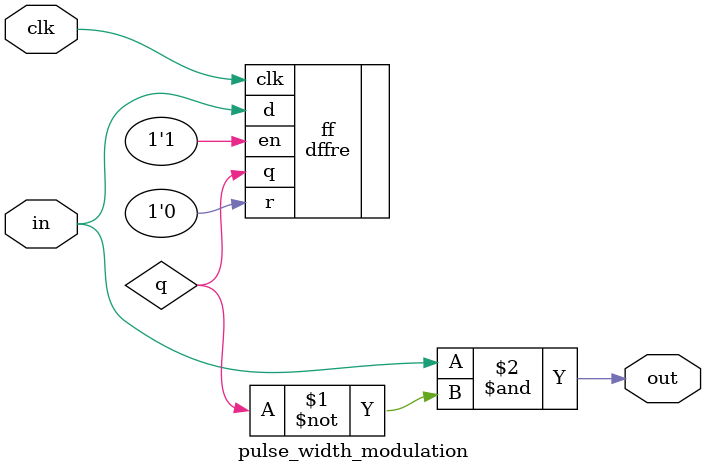
<source format=v>
module pulse_width_modulation(in, clk, out);

input   in;
input   clk;
output  out;

wire    q;

dffre   #(.n(1))    ff(.d(in), .en(1'b1), .r(1'b0), .clk(clk), .q(q));   

assign out = in & (~q) ; 

endmodule

</source>
